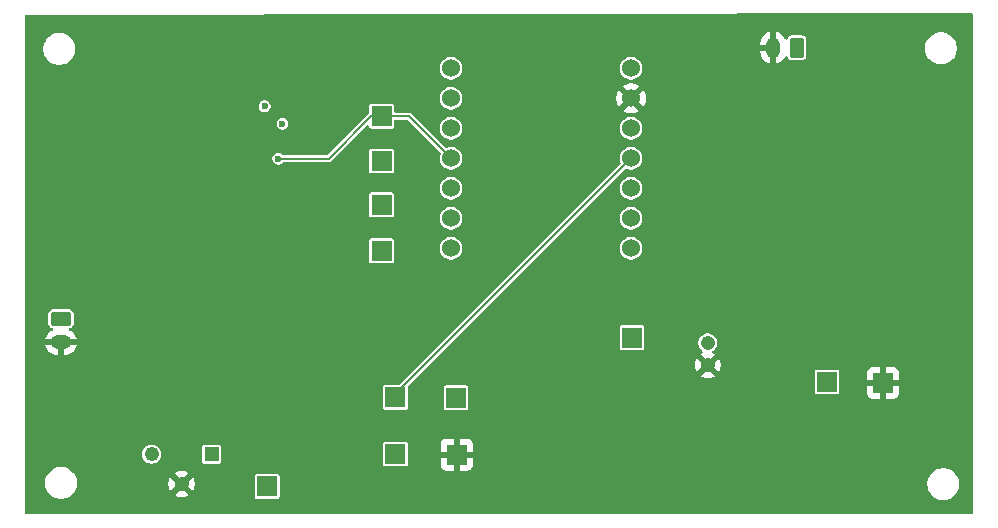
<source format=gbr>
%TF.GenerationSoftware,KiCad,Pcbnew,9.0.1-rc1*%
%TF.CreationDate,2025-04-01T12:09:21-07:00*%
%TF.ProjectId,ECE_442_PCB,4543455f-3434-4325-9f50-43422e6b6963,rev?*%
%TF.SameCoordinates,Original*%
%TF.FileFunction,Copper,L2,Bot*%
%TF.FilePolarity,Positive*%
%FSLAX46Y46*%
G04 Gerber Fmt 4.6, Leading zero omitted, Abs format (unit mm)*
G04 Created by KiCad (PCBNEW 9.0.1-rc1) date 2025-04-01 12:09:21*
%MOMM*%
%LPD*%
G01*
G04 APERTURE LIST*
G04 Aperture macros list*
%AMRoundRect*
0 Rectangle with rounded corners*
0 $1 Rounding radius*
0 $2 $3 $4 $5 $6 $7 $8 $9 X,Y pos of 4 corners*
0 Add a 4 corners polygon primitive as box body*
4,1,4,$2,$3,$4,$5,$6,$7,$8,$9,$2,$3,0*
0 Add four circle primitives for the rounded corners*
1,1,$1+$1,$2,$3*
1,1,$1+$1,$4,$5*
1,1,$1+$1,$6,$7*
1,1,$1+$1,$8,$9*
0 Add four rect primitives between the rounded corners*
20,1,$1+$1,$2,$3,$4,$5,0*
20,1,$1+$1,$4,$5,$6,$7,0*
20,1,$1+$1,$6,$7,$8,$9,0*
20,1,$1+$1,$8,$9,$2,$3,0*%
G04 Aperture macros list end*
%TA.AperFunction,ComponentPad*%
%ADD10O,1.750000X1.200000*%
%TD*%
%TA.AperFunction,ComponentPad*%
%ADD11RoundRect,0.250000X-0.625000X0.350000X-0.625000X-0.350000X0.625000X-0.350000X0.625000X0.350000X0*%
%TD*%
%TA.AperFunction,ComponentPad*%
%ADD12R,1.700000X1.700000*%
%TD*%
%TA.AperFunction,ComponentPad*%
%ADD13C,1.208000*%
%TD*%
%TA.AperFunction,ComponentPad*%
%ADD14RoundRect,0.250000X0.350000X0.625000X-0.350000X0.625000X-0.350000X-0.625000X0.350000X-0.625000X0*%
%TD*%
%TA.AperFunction,ComponentPad*%
%ADD15O,1.200000X1.750000*%
%TD*%
%TA.AperFunction,ComponentPad*%
%ADD16R,1.210000X1.210000*%
%TD*%
%TA.AperFunction,ComponentPad*%
%ADD17C,1.210000*%
%TD*%
%TA.AperFunction,ComponentPad*%
%ADD18C,1.524000*%
%TD*%
%TA.AperFunction,ViaPad*%
%ADD19C,0.600000*%
%TD*%
%TA.AperFunction,Conductor*%
%ADD20C,0.203200*%
%TD*%
%TA.AperFunction,Conductor*%
%ADD21C,0.200000*%
%TD*%
G04 APERTURE END LIST*
D10*
%TO.P,J9,2,Pin_2*%
%TO.N,GND*%
X93350000Y-102850000D03*
D11*
%TO.P,J9,1,Pin_1*%
%TO.N,Net-(J9-Pin_1)*%
X93350000Y-100850000D03*
%TD*%
D12*
%TO.P,J12,1,Pin_1*%
%TO.N,BCLK*%
X120500000Y-91200000D03*
%TD*%
D13*
%TO.P,MK1,GND*%
%TO.N,GND*%
X148100000Y-104800000D03*
%TO.P,MK1,OUT*%
%TO.N,/MIC*%
X148100000Y-102900000D03*
%TD*%
D12*
%TO.P,J11,1,Pin_1*%
%TO.N,FSYNC*%
X120500000Y-87500000D03*
%TD*%
%TO.P,J5,1,Pin_1*%
%TO.N,PS_5V_0.5A*%
X158200000Y-106200000D03*
%TD*%
%TO.P,J7,1,Pin_1*%
%TO.N,VA*%
X110800000Y-115050000D03*
%TD*%
%TO.P,J6,1,Pin_1*%
%TO.N,INT*%
X121650000Y-107500000D03*
%TD*%
D14*
%TO.P,J8,1,Pin_1*%
%TO.N,Net-(J8-Pin_1)*%
X155650000Y-77900000D03*
D15*
%TO.P,J8,2,Pin_2*%
%TO.N,GND*%
X153650000Y-77900000D03*
%TD*%
D12*
%TO.P,J2,1,Pin_1*%
%TO.N,MIC_IN*%
X141700000Y-102450000D03*
%TD*%
D16*
%TO.P,VR1,1,CCW*%
%TO.N,VA*%
X106095000Y-112320000D03*
D17*
%TO.P,VR1,2,WIPER*%
%TO.N,GND*%
X103555000Y-114860000D03*
%TO.P,VR1,3,CW*%
%TO.N,unconnected-(VR1-CW-Pad3)*%
X101015000Y-112320000D03*
%TD*%
D12*
%TO.P,J4,1,Pin_1*%
%TO.N,GND*%
X126850000Y-112350000D03*
%TD*%
%TO.P,J3,1,Pin_1*%
%TO.N,PS_3.3V*%
X121650000Y-112300000D03*
%TD*%
%TO.P,J1,1,Pin_1*%
%TO.N,MIC1_OUT*%
X126800000Y-107550000D03*
%TD*%
%TO.P,J13,1,Pin_1*%
%TO.N,SDOUT*%
X120500000Y-95100000D03*
%TD*%
%TO.P,J14,1,Pin_1*%
%TO.N,GND*%
X162950000Y-106300000D03*
%TD*%
%TO.P,J10,1,Pin_1*%
%TO.N,SHDNZ*%
X120500000Y-83700000D03*
%TD*%
D18*
%TO.P,U1,1,PA02_A0_D0*%
%TO.N,unconnected-(U1-PA02_A0_D0-Pad1)*%
X126380000Y-79648500D03*
%TO.P,U1,2,PA4_A1_D1*%
%TO.N,unconnected-(U1-PA4_A1_D1-Pad2)*%
X126380000Y-82188500D03*
%TO.P,U1,3,PA10_A2_D2*%
%TO.N,OUT1*%
X126380000Y-84728500D03*
%TO.P,U1,4,PA11_A3_D3*%
%TO.N,SHDNZ*%
X126380000Y-87268500D03*
%TO.P,U1,5,PA8_A4_D4_SDA*%
%TO.N,FSYNC*%
X126380000Y-89808500D03*
%TO.P,U1,6,PA9_A5_D5_SCL*%
%TO.N,BCLK*%
X126380000Y-92348500D03*
%TO.P,U1,7,PB08_A6_TX*%
%TO.N,SDOUT*%
X126380000Y-94888500D03*
%TO.P,U1,8,PB09_D7_RX*%
%TO.N,unconnected-(U1-PB09_D7_RX-Pad8)*%
X141620000Y-94888500D03*
%TO.P,U1,9,PA7_A8_D8_SCK*%
%TO.N,unconnected-(U1-PA7_A8_D8_SCK-Pad9)*%
X141620000Y-92348500D03*
%TO.P,U1,10,PA5_A9_D9_MISO*%
%TO.N,unconnected-(U1-PA5_A9_D9_MISO-Pad10)*%
X141620000Y-89808500D03*
%TO.P,U1,11,PA6_A10_D10_MOSI*%
%TO.N,INT*%
X141620000Y-87268500D03*
%TO.P,U1,12,3V3*%
%TO.N,unconnected-(U1-3V3-Pad12)*%
X141620000Y-84728500D03*
%TO.P,U1,13,GND*%
%TO.N,GND*%
X141620000Y-82188500D03*
%TO.P,U1,14,5V*%
%TO.N,PS_5V_0.5A*%
X141620000Y-79648500D03*
%TD*%
D19*
%TO.N,GND*%
X165900000Y-99800000D03*
X104550000Y-89000000D03*
X160700000Y-96600000D03*
X116950000Y-83950000D03*
X106900000Y-79200000D03*
X107150000Y-91250000D03*
X111475000Y-88075000D03*
X127100000Y-100200000D03*
X137750000Y-114800000D03*
X108950000Y-81954800D03*
X112650000Y-108550000D03*
X149700000Y-84000000D03*
X98500000Y-102800000D03*
X109950000Y-91000000D03*
X95500000Y-104300000D03*
X111700000Y-85650000D03*
X99000000Y-82450000D03*
X108065199Y-87342351D03*
X140269572Y-108118878D03*
X111650000Y-79350000D03*
X153032250Y-87132250D03*
X105700000Y-101400000D03*
X97750000Y-88000000D03*
X102600000Y-84600000D03*
X109600000Y-84050000D03*
X114100000Y-100900000D03*
X116850000Y-87350000D03*
X148100000Y-94200000D03*
X158400000Y-90800000D03*
X102550000Y-86650000D03*
%TO.N,SHDNZ*%
X111750000Y-87300000D03*
%TO.N,PS_3.3V*%
X110600000Y-82850000D03*
X112100000Y-84350000D03*
%TD*%
D20*
%TO.N,SHDNZ*%
X111750000Y-87300000D02*
X116000000Y-87300000D01*
X119600000Y-83700000D02*
X120500000Y-83700000D01*
X116000000Y-87300000D02*
X119600000Y-83700000D01*
X120500000Y-83700000D02*
X122811500Y-83700000D01*
X122811500Y-83700000D02*
X126380000Y-87268500D01*
D21*
%TO.N,INT*%
X121650000Y-107500000D02*
X121650000Y-107238500D01*
X121650000Y-107238500D02*
X141620000Y-87268500D01*
D20*
%TO.N,unconnected-(U1-PA02_A0_D0-Pad1)*%
X126241500Y-79510000D02*
X126380000Y-79648500D01*
%TD*%
%TA.AperFunction,Conductor*%
%TO.N,GND*%
G36*
X170542411Y-75020870D02*
G01*
X170588231Y-75073618D01*
X170599500Y-75125268D01*
X170599500Y-117275500D01*
X170579815Y-117342539D01*
X170527011Y-117388294D01*
X170475500Y-117399500D01*
X90424500Y-117399500D01*
X90357461Y-117379815D01*
X90311706Y-117327011D01*
X90300500Y-117275500D01*
X90300500Y-114643713D01*
X91999500Y-114643713D01*
X91999500Y-114856286D01*
X92015338Y-114956287D01*
X92032754Y-115066243D01*
X92080618Y-115213554D01*
X92098444Y-115268414D01*
X92194951Y-115457820D01*
X92319890Y-115629786D01*
X92470213Y-115780109D01*
X92642179Y-115905048D01*
X92642181Y-115905049D01*
X92642184Y-115905051D01*
X92831588Y-116001557D01*
X93033757Y-116067246D01*
X93243713Y-116100500D01*
X93243714Y-116100500D01*
X93456286Y-116100500D01*
X93456287Y-116100500D01*
X93666243Y-116067246D01*
X93868412Y-116001557D01*
X94057816Y-115905051D01*
X94079789Y-115889086D01*
X94202588Y-115799869D01*
X102968683Y-115799869D01*
X102975854Y-115805081D01*
X103130826Y-115884044D01*
X103130829Y-115884045D01*
X103296243Y-115937790D01*
X103468036Y-115965000D01*
X103641964Y-115965000D01*
X103813756Y-115937790D01*
X103979170Y-115884045D01*
X103979173Y-115884044D01*
X104134145Y-115805080D01*
X104141316Y-115799869D01*
X103555001Y-115213554D01*
X103555000Y-115213554D01*
X102968683Y-115799869D01*
X94202588Y-115799869D01*
X94229786Y-115780109D01*
X94229788Y-115780106D01*
X94229792Y-115780104D01*
X94380104Y-115629792D01*
X94380106Y-115629788D01*
X94380109Y-115629786D01*
X94505048Y-115457820D01*
X94505047Y-115457820D01*
X94505051Y-115457816D01*
X94601557Y-115268412D01*
X94667246Y-115066243D01*
X94700500Y-114856287D01*
X94700500Y-114773035D01*
X102450000Y-114773035D01*
X102450000Y-114946964D01*
X102477209Y-115118756D01*
X102530954Y-115284170D01*
X102530955Y-115284173D01*
X102609919Y-115439146D01*
X102615129Y-115446316D01*
X103201446Y-114860000D01*
X103201446Y-114859999D01*
X103158002Y-114816555D01*
X103225000Y-114816555D01*
X103225000Y-114903445D01*
X103247489Y-114987375D01*
X103290934Y-115062625D01*
X103352375Y-115124066D01*
X103427625Y-115167511D01*
X103511555Y-115190000D01*
X103598445Y-115190000D01*
X103682375Y-115167511D01*
X103757625Y-115124066D01*
X103819066Y-115062625D01*
X103862511Y-114987375D01*
X103885000Y-114903445D01*
X103885000Y-114859999D01*
X103908554Y-114859999D01*
X103908554Y-114860001D01*
X104494869Y-115446316D01*
X104500080Y-115439145D01*
X104579044Y-115284173D01*
X104579045Y-115284170D01*
X104632790Y-115118756D01*
X104660000Y-114946964D01*
X104660000Y-114773035D01*
X104632790Y-114601243D01*
X104579045Y-114435829D01*
X104579044Y-114435826D01*
X104500081Y-114280854D01*
X104494869Y-114273683D01*
X103908554Y-114859999D01*
X103885000Y-114859999D01*
X103885000Y-114816555D01*
X103862511Y-114732625D01*
X103819066Y-114657375D01*
X103757625Y-114595934D01*
X103682375Y-114552489D01*
X103598445Y-114530000D01*
X103511555Y-114530000D01*
X103427625Y-114552489D01*
X103352375Y-114595934D01*
X103290934Y-114657375D01*
X103247489Y-114732625D01*
X103225000Y-114816555D01*
X103158002Y-114816555D01*
X102615129Y-114273682D01*
X102609918Y-114280854D01*
X102530955Y-114435826D01*
X102530954Y-114435829D01*
X102477209Y-114601243D01*
X102450000Y-114773035D01*
X94700500Y-114773035D01*
X94700500Y-114643713D01*
X94667246Y-114433757D01*
X94601557Y-114231588D01*
X94505051Y-114042184D01*
X94504881Y-114041950D01*
X94503664Y-114040274D01*
X94416375Y-113920129D01*
X102968682Y-113920129D01*
X103555000Y-114506446D01*
X103555001Y-114506446D01*
X103881199Y-114180247D01*
X109749500Y-114180247D01*
X109749500Y-115919752D01*
X109761131Y-115978229D01*
X109761132Y-115978230D01*
X109805447Y-116044552D01*
X109871769Y-116088867D01*
X109871770Y-116088868D01*
X109930247Y-116100499D01*
X109930250Y-116100500D01*
X109930252Y-116100500D01*
X111669750Y-116100500D01*
X111669751Y-116100499D01*
X111684568Y-116097552D01*
X111728229Y-116088868D01*
X111728229Y-116088867D01*
X111728231Y-116088867D01*
X111794552Y-116044552D01*
X111838867Y-115978231D01*
X111838867Y-115978229D01*
X111838868Y-115978229D01*
X111850499Y-115919752D01*
X111850500Y-115919750D01*
X111850500Y-114743713D01*
X166699500Y-114743713D01*
X166699500Y-114956286D01*
X166725232Y-115118756D01*
X166732754Y-115166243D01*
X166748126Y-115213554D01*
X166798444Y-115368414D01*
X166894951Y-115557820D01*
X167019890Y-115729786D01*
X167170213Y-115880109D01*
X167342179Y-116005048D01*
X167342181Y-116005049D01*
X167342184Y-116005051D01*
X167531588Y-116101557D01*
X167733757Y-116167246D01*
X167943713Y-116200500D01*
X167943714Y-116200500D01*
X168156286Y-116200500D01*
X168156287Y-116200500D01*
X168366243Y-116167246D01*
X168568412Y-116101557D01*
X168757816Y-116005051D01*
X168812942Y-115965000D01*
X168929786Y-115880109D01*
X168929788Y-115880106D01*
X168929792Y-115880104D01*
X169080104Y-115729792D01*
X169080106Y-115729788D01*
X169080109Y-115729786D01*
X169205048Y-115557820D01*
X169205047Y-115557820D01*
X169205051Y-115557816D01*
X169301557Y-115368412D01*
X169367246Y-115166243D01*
X169400500Y-114956287D01*
X169400500Y-114743713D01*
X169367246Y-114533757D01*
X169301557Y-114331588D01*
X169205051Y-114142184D01*
X169205049Y-114142181D01*
X169205048Y-114142179D01*
X169080109Y-113970213D01*
X168929786Y-113819890D01*
X168757820Y-113694951D01*
X168568414Y-113598444D01*
X168568413Y-113598443D01*
X168568412Y-113598443D01*
X168366243Y-113532754D01*
X168366241Y-113532753D01*
X168366240Y-113532753D01*
X168204957Y-113507208D01*
X168156287Y-113499500D01*
X167943713Y-113499500D01*
X167895042Y-113507208D01*
X167733760Y-113532753D01*
X167531585Y-113598444D01*
X167342179Y-113694951D01*
X167170213Y-113819890D01*
X167019890Y-113970213D01*
X166894951Y-114142179D01*
X166798444Y-114331585D01*
X166732753Y-114533760D01*
X166699500Y-114743713D01*
X111850500Y-114743713D01*
X111850500Y-114180249D01*
X111850499Y-114180247D01*
X111838868Y-114121770D01*
X111838867Y-114121769D01*
X111794552Y-114055447D01*
X111728230Y-114011132D01*
X111728229Y-114011131D01*
X111669752Y-113999500D01*
X111669748Y-113999500D01*
X109930252Y-113999500D01*
X109930247Y-113999500D01*
X109871770Y-114011131D01*
X109871769Y-114011132D01*
X109805447Y-114055447D01*
X109761132Y-114121769D01*
X109761131Y-114121770D01*
X109749500Y-114180247D01*
X103881199Y-114180247D01*
X104141316Y-113920129D01*
X104134146Y-113914919D01*
X103979173Y-113835955D01*
X103979170Y-113835954D01*
X103813756Y-113782209D01*
X103641964Y-113755000D01*
X103468036Y-113755000D01*
X103296243Y-113782209D01*
X103130829Y-113835954D01*
X103130826Y-113835955D01*
X102975854Y-113914918D01*
X102968682Y-113920129D01*
X94416375Y-113920129D01*
X94380109Y-113870213D01*
X94229786Y-113719890D01*
X94057820Y-113594951D01*
X93868414Y-113498444D01*
X93868413Y-113498443D01*
X93868412Y-113498443D01*
X93666243Y-113432754D01*
X93666241Y-113432753D01*
X93666240Y-113432753D01*
X93504957Y-113407208D01*
X93456287Y-113399500D01*
X93243713Y-113399500D01*
X93195042Y-113407208D01*
X93033760Y-113432753D01*
X92831585Y-113498444D01*
X92642179Y-113594951D01*
X92470213Y-113719890D01*
X92319890Y-113870213D01*
X92194951Y-114042179D01*
X92098444Y-114231585D01*
X92032753Y-114433760D01*
X91999500Y-114643713D01*
X90300500Y-114643713D01*
X90300500Y-112240660D01*
X100209500Y-112240660D01*
X100209500Y-112399339D01*
X100240453Y-112554948D01*
X100240455Y-112554956D01*
X100301174Y-112701543D01*
X100301179Y-112701553D01*
X100389327Y-112833475D01*
X100389330Y-112833479D01*
X100501520Y-112945669D01*
X100501524Y-112945672D01*
X100633446Y-113033820D01*
X100633450Y-113033822D01*
X100633453Y-113033824D01*
X100780044Y-113094545D01*
X100935660Y-113125499D01*
X100935663Y-113125500D01*
X100935665Y-113125500D01*
X101094337Y-113125500D01*
X101094338Y-113125499D01*
X101249956Y-113094545D01*
X101396547Y-113033824D01*
X101528476Y-112945672D01*
X101640672Y-112833476D01*
X101728824Y-112701547D01*
X101789545Y-112554956D01*
X101820500Y-112399335D01*
X101820500Y-112240665D01*
X101820500Y-112240662D01*
X101820499Y-112240660D01*
X101789546Y-112085051D01*
X101789545Y-112085044D01*
X101728824Y-111938453D01*
X101728822Y-111938450D01*
X101728820Y-111938446D01*
X101640672Y-111806524D01*
X101640669Y-111806520D01*
X101529396Y-111695247D01*
X105289500Y-111695247D01*
X105289500Y-112944752D01*
X105301131Y-113003229D01*
X105301132Y-113003230D01*
X105345447Y-113069552D01*
X105411769Y-113113867D01*
X105411770Y-113113868D01*
X105470247Y-113125499D01*
X105470250Y-113125500D01*
X105470252Y-113125500D01*
X106719750Y-113125500D01*
X106719751Y-113125499D01*
X106734568Y-113122552D01*
X106778229Y-113113868D01*
X106778229Y-113113867D01*
X106778231Y-113113867D01*
X106844552Y-113069552D01*
X106888867Y-113003231D01*
X106888867Y-113003229D01*
X106888868Y-113003229D01*
X106900499Y-112944752D01*
X106900500Y-112944750D01*
X106900500Y-111695249D01*
X106900499Y-111695247D01*
X106888868Y-111636770D01*
X106888867Y-111636769D01*
X106844552Y-111570447D01*
X106779921Y-111527262D01*
X106778230Y-111526132D01*
X106778229Y-111526131D01*
X106719752Y-111514500D01*
X106719748Y-111514500D01*
X105470252Y-111514500D01*
X105470247Y-111514500D01*
X105411770Y-111526131D01*
X105411769Y-111526132D01*
X105345447Y-111570447D01*
X105301132Y-111636769D01*
X105301131Y-111636770D01*
X105289500Y-111695247D01*
X101529396Y-111695247D01*
X101528479Y-111694330D01*
X101528475Y-111694327D01*
X101396553Y-111606179D01*
X101396543Y-111606174D01*
X101249956Y-111545455D01*
X101249948Y-111545453D01*
X101094338Y-111514500D01*
X101094335Y-111514500D01*
X100935665Y-111514500D01*
X100935662Y-111514500D01*
X100780051Y-111545453D01*
X100780043Y-111545455D01*
X100633456Y-111606174D01*
X100633446Y-111606179D01*
X100501524Y-111694327D01*
X100501520Y-111694330D01*
X100389330Y-111806520D01*
X100389327Y-111806524D01*
X100301179Y-111938446D01*
X100301174Y-111938456D01*
X100240455Y-112085043D01*
X100240453Y-112085051D01*
X100209500Y-112240660D01*
X90300500Y-112240660D01*
X90300500Y-111430247D01*
X120599500Y-111430247D01*
X120599500Y-113169752D01*
X120611131Y-113228229D01*
X120611132Y-113228230D01*
X120655447Y-113294552D01*
X120721769Y-113338867D01*
X120721770Y-113338868D01*
X120780247Y-113350499D01*
X120780250Y-113350500D01*
X120780252Y-113350500D01*
X122519750Y-113350500D01*
X122519751Y-113350499D01*
X122534568Y-113347552D01*
X122578229Y-113338868D01*
X122578229Y-113338867D01*
X122578231Y-113338867D01*
X122644552Y-113294552D01*
X122688867Y-113228231D01*
X122688867Y-113228229D01*
X122688868Y-113228229D01*
X122700499Y-113169752D01*
X122700500Y-113169750D01*
X122700500Y-111452155D01*
X125500000Y-111452155D01*
X125500000Y-112100000D01*
X126416988Y-112100000D01*
X126384075Y-112157007D01*
X126350000Y-112284174D01*
X126350000Y-112415826D01*
X126384075Y-112542993D01*
X126416988Y-112600000D01*
X125500000Y-112600000D01*
X125500000Y-113247844D01*
X125506401Y-113307372D01*
X125506403Y-113307379D01*
X125556645Y-113442086D01*
X125556649Y-113442093D01*
X125642809Y-113557187D01*
X125642812Y-113557190D01*
X125757906Y-113643350D01*
X125757913Y-113643354D01*
X125892620Y-113693596D01*
X125892627Y-113693598D01*
X125952155Y-113699999D01*
X125952172Y-113700000D01*
X126600000Y-113700000D01*
X126600000Y-112783012D01*
X126657007Y-112815925D01*
X126784174Y-112850000D01*
X126915826Y-112850000D01*
X127042993Y-112815925D01*
X127100000Y-112783012D01*
X127100000Y-113700000D01*
X127747828Y-113700000D01*
X127747844Y-113699999D01*
X127807372Y-113693598D01*
X127807379Y-113693596D01*
X127942086Y-113643354D01*
X127942093Y-113643350D01*
X128057187Y-113557190D01*
X128057190Y-113557187D01*
X128143350Y-113442093D01*
X128143354Y-113442086D01*
X128193596Y-113307379D01*
X128193598Y-113307372D01*
X128199999Y-113247844D01*
X128200000Y-113247827D01*
X128200000Y-112600000D01*
X127283012Y-112600000D01*
X127315925Y-112542993D01*
X127350000Y-112415826D01*
X127350000Y-112284174D01*
X127315925Y-112157007D01*
X127283012Y-112100000D01*
X128200000Y-112100000D01*
X128200000Y-111452172D01*
X128199999Y-111452155D01*
X128193598Y-111392627D01*
X128193596Y-111392620D01*
X128143354Y-111257913D01*
X128143350Y-111257906D01*
X128057190Y-111142812D01*
X128057187Y-111142809D01*
X127942093Y-111056649D01*
X127942086Y-111056645D01*
X127807379Y-111006403D01*
X127807372Y-111006401D01*
X127747844Y-111000000D01*
X127100000Y-111000000D01*
X127100000Y-111916988D01*
X127042993Y-111884075D01*
X126915826Y-111850000D01*
X126784174Y-111850000D01*
X126657007Y-111884075D01*
X126600000Y-111916988D01*
X126600000Y-111000000D01*
X125952155Y-111000000D01*
X125892627Y-111006401D01*
X125892620Y-111006403D01*
X125757913Y-111056645D01*
X125757906Y-111056649D01*
X125642812Y-111142809D01*
X125642809Y-111142812D01*
X125556649Y-111257906D01*
X125556645Y-111257913D01*
X125506403Y-111392620D01*
X125506401Y-111392627D01*
X125500000Y-111452155D01*
X122700500Y-111452155D01*
X122700500Y-111430249D01*
X122700499Y-111430247D01*
X122688868Y-111371770D01*
X122688867Y-111371769D01*
X122644552Y-111305447D01*
X122578230Y-111261132D01*
X122578229Y-111261131D01*
X122519752Y-111249500D01*
X122519748Y-111249500D01*
X120780252Y-111249500D01*
X120780247Y-111249500D01*
X120721770Y-111261131D01*
X120721769Y-111261132D01*
X120655447Y-111305447D01*
X120611132Y-111371769D01*
X120611131Y-111371770D01*
X120599500Y-111430247D01*
X90300500Y-111430247D01*
X90300500Y-106630247D01*
X120599500Y-106630247D01*
X120599500Y-108369752D01*
X120611131Y-108428229D01*
X120611132Y-108428230D01*
X120655447Y-108494552D01*
X120721769Y-108538867D01*
X120721770Y-108538868D01*
X120780247Y-108550499D01*
X120780250Y-108550500D01*
X120780252Y-108550500D01*
X122519750Y-108550500D01*
X122519751Y-108550499D01*
X122534568Y-108547552D01*
X122578229Y-108538868D01*
X122578229Y-108538867D01*
X122578231Y-108538867D01*
X122644552Y-108494552D01*
X122688867Y-108428231D01*
X122688867Y-108428229D01*
X122688868Y-108428229D01*
X122700499Y-108369752D01*
X122700500Y-108369750D01*
X122700500Y-106680247D01*
X125749500Y-106680247D01*
X125749500Y-108419752D01*
X125761131Y-108478229D01*
X125761132Y-108478230D01*
X125805447Y-108544552D01*
X125871769Y-108588867D01*
X125871770Y-108588868D01*
X125930247Y-108600499D01*
X125930250Y-108600500D01*
X125930252Y-108600500D01*
X127669750Y-108600500D01*
X127669751Y-108600499D01*
X127684568Y-108597552D01*
X127728229Y-108588868D01*
X127728229Y-108588867D01*
X127728231Y-108588867D01*
X127794552Y-108544552D01*
X127838867Y-108478231D01*
X127838867Y-108478229D01*
X127838868Y-108478229D01*
X127850499Y-108419752D01*
X127850500Y-108419750D01*
X127850500Y-106680249D01*
X127850499Y-106680247D01*
X127838868Y-106621770D01*
X127838867Y-106621769D01*
X127794552Y-106555447D01*
X127728230Y-106511132D01*
X127728229Y-106511131D01*
X127669752Y-106499500D01*
X127669748Y-106499500D01*
X125930252Y-106499500D01*
X125930247Y-106499500D01*
X125871770Y-106511131D01*
X125871769Y-106511132D01*
X125805447Y-106555447D01*
X125761132Y-106621769D01*
X125761131Y-106621770D01*
X125749500Y-106680247D01*
X122700500Y-106680247D01*
X122700500Y-106664332D01*
X122720185Y-106597293D01*
X122736819Y-106576651D01*
X123574317Y-105739153D01*
X147514398Y-105739153D01*
X147521382Y-105744228D01*
X147676206Y-105823115D01*
X147841478Y-105876816D01*
X148013108Y-105904000D01*
X148186892Y-105904000D01*
X148358521Y-105876816D01*
X148523793Y-105823115D01*
X148678624Y-105744224D01*
X148685600Y-105739153D01*
X148100001Y-105153553D01*
X148100000Y-105153553D01*
X147514398Y-105739153D01*
X123574317Y-105739153D01*
X124600363Y-104713107D01*
X146996000Y-104713107D01*
X146996000Y-104886892D01*
X147023183Y-105058521D01*
X147076884Y-105223793D01*
X147155776Y-105378624D01*
X147155777Y-105378626D01*
X147160844Y-105385600D01*
X147160846Y-105385601D01*
X147746446Y-104800001D01*
X147746446Y-104799999D01*
X147700369Y-104753922D01*
X147750000Y-104753922D01*
X147750000Y-104846078D01*
X147773852Y-104935095D01*
X147819930Y-105014905D01*
X147885095Y-105080070D01*
X147964905Y-105126148D01*
X148053922Y-105150000D01*
X148146078Y-105150000D01*
X148235095Y-105126148D01*
X148314905Y-105080070D01*
X148380070Y-105014905D01*
X148426148Y-104935095D01*
X148450000Y-104846078D01*
X148450000Y-104799999D01*
X148453553Y-104799999D01*
X148453553Y-104800000D01*
X149039153Y-105385600D01*
X149044224Y-105378624D01*
X149068874Y-105330247D01*
X157149500Y-105330247D01*
X157149500Y-107069752D01*
X157161131Y-107128229D01*
X157161132Y-107128230D01*
X157205447Y-107194552D01*
X157271769Y-107238867D01*
X157271770Y-107238868D01*
X157330247Y-107250499D01*
X157330250Y-107250500D01*
X157330252Y-107250500D01*
X159069750Y-107250500D01*
X159069751Y-107250499D01*
X159084568Y-107247552D01*
X159128229Y-107238868D01*
X159128229Y-107238867D01*
X159128231Y-107238867D01*
X159194552Y-107194552D01*
X159238867Y-107128231D01*
X159238867Y-107128229D01*
X159238868Y-107128229D01*
X159250499Y-107069752D01*
X159250500Y-107069750D01*
X159250500Y-105402155D01*
X161600000Y-105402155D01*
X161600000Y-106050000D01*
X162516988Y-106050000D01*
X162484075Y-106107007D01*
X162450000Y-106234174D01*
X162450000Y-106365826D01*
X162484075Y-106492993D01*
X162516988Y-106550000D01*
X161600000Y-106550000D01*
X161600000Y-107197844D01*
X161606401Y-107257372D01*
X161606403Y-107257379D01*
X161656645Y-107392086D01*
X161656649Y-107392093D01*
X161742809Y-107507187D01*
X161742812Y-107507190D01*
X161857906Y-107593350D01*
X161857913Y-107593354D01*
X161992620Y-107643596D01*
X161992627Y-107643598D01*
X162052155Y-107649999D01*
X162052172Y-107650000D01*
X162700000Y-107650000D01*
X162700000Y-106733012D01*
X162757007Y-106765925D01*
X162884174Y-106800000D01*
X163015826Y-106800000D01*
X163142993Y-106765925D01*
X163200000Y-106733012D01*
X163200000Y-107650000D01*
X163847828Y-107650000D01*
X163847844Y-107649999D01*
X163907372Y-107643598D01*
X163907379Y-107643596D01*
X164042086Y-107593354D01*
X164042093Y-107593350D01*
X164157187Y-107507190D01*
X164157190Y-107507187D01*
X164243350Y-107392093D01*
X164243354Y-107392086D01*
X164293596Y-107257379D01*
X164293598Y-107257372D01*
X164299999Y-107197844D01*
X164300000Y-107197827D01*
X164300000Y-106550000D01*
X163383012Y-106550000D01*
X163415925Y-106492993D01*
X163450000Y-106365826D01*
X163450000Y-106234174D01*
X163415925Y-106107007D01*
X163383012Y-106050000D01*
X164300000Y-106050000D01*
X164300000Y-105402172D01*
X164299999Y-105402155D01*
X164293598Y-105342627D01*
X164293596Y-105342620D01*
X164243354Y-105207913D01*
X164243350Y-105207906D01*
X164157190Y-105092812D01*
X164157187Y-105092809D01*
X164042093Y-105006649D01*
X164042086Y-105006645D01*
X163907379Y-104956403D01*
X163907372Y-104956401D01*
X163847844Y-104950000D01*
X163200000Y-104950000D01*
X163200000Y-105866988D01*
X163142993Y-105834075D01*
X163015826Y-105800000D01*
X162884174Y-105800000D01*
X162757007Y-105834075D01*
X162700000Y-105866988D01*
X162700000Y-104950000D01*
X162052155Y-104950000D01*
X161992627Y-104956401D01*
X161992620Y-104956403D01*
X161857913Y-105006645D01*
X161857906Y-105006649D01*
X161742812Y-105092809D01*
X161742809Y-105092812D01*
X161656649Y-105207906D01*
X161656645Y-105207913D01*
X161606403Y-105342620D01*
X161606401Y-105342627D01*
X161600000Y-105402155D01*
X159250500Y-105402155D01*
X159250500Y-105330249D01*
X159250499Y-105330247D01*
X159238868Y-105271770D01*
X159238867Y-105271769D01*
X159194552Y-105205447D01*
X159128230Y-105161132D01*
X159128229Y-105161131D01*
X159069752Y-105149500D01*
X159069748Y-105149500D01*
X157330252Y-105149500D01*
X157330247Y-105149500D01*
X157271770Y-105161131D01*
X157271769Y-105161132D01*
X157205447Y-105205447D01*
X157161132Y-105271769D01*
X157161131Y-105271770D01*
X157149500Y-105330247D01*
X149068874Y-105330247D01*
X149100659Y-105267865D01*
X149123115Y-105223793D01*
X149176816Y-105058521D01*
X149204000Y-104886892D01*
X149204000Y-104713107D01*
X149176816Y-104541478D01*
X149123115Y-104376206D01*
X149044228Y-104221382D01*
X149039153Y-104214398D01*
X148453553Y-104799999D01*
X148450000Y-104799999D01*
X148450000Y-104753922D01*
X148426148Y-104664905D01*
X148380070Y-104585095D01*
X148314905Y-104519930D01*
X148235095Y-104473852D01*
X148146078Y-104450000D01*
X148053922Y-104450000D01*
X147964905Y-104473852D01*
X147885095Y-104519930D01*
X147819930Y-104585095D01*
X147773852Y-104664905D01*
X147750000Y-104753922D01*
X147700369Y-104753922D01*
X147160845Y-104214398D01*
X147160844Y-104214398D01*
X147155775Y-104221375D01*
X147076884Y-104376206D01*
X147023183Y-104541478D01*
X146996000Y-104713107D01*
X124600363Y-104713107D01*
X127733223Y-101580247D01*
X140649500Y-101580247D01*
X140649500Y-103319752D01*
X140661131Y-103378229D01*
X140661132Y-103378230D01*
X140705447Y-103444552D01*
X140771769Y-103488867D01*
X140771770Y-103488868D01*
X140830247Y-103500499D01*
X140830250Y-103500500D01*
X140830252Y-103500500D01*
X142569750Y-103500500D01*
X142569751Y-103500499D01*
X142584568Y-103497552D01*
X142628229Y-103488868D01*
X142628229Y-103488867D01*
X142628231Y-103488867D01*
X142694552Y-103444552D01*
X142738867Y-103378231D01*
X142738867Y-103378229D01*
X142738868Y-103378229D01*
X142750499Y-103319752D01*
X142750500Y-103319750D01*
X142750500Y-102820759D01*
X147295500Y-102820759D01*
X147295500Y-102979240D01*
X147326414Y-103134656D01*
X147326416Y-103134664D01*
X147387059Y-103281071D01*
X147387064Y-103281080D01*
X147475103Y-103412838D01*
X147475106Y-103412842D01*
X147587160Y-103524896D01*
X147649578Y-103566602D01*
X147663740Y-103576065D01*
X147663742Y-103576066D01*
X147708547Y-103629678D01*
X147717254Y-103699003D01*
X147687100Y-103762030D01*
X147651147Y-103789652D01*
X147521378Y-103855774D01*
X147514398Y-103860844D01*
X147514398Y-103860845D01*
X148100000Y-104446446D01*
X148100001Y-104446446D01*
X148685601Y-103860846D01*
X148685600Y-103860844D01*
X148678626Y-103855777D01*
X148678615Y-103855770D01*
X148548853Y-103789652D01*
X148498057Y-103741678D01*
X148481262Y-103673857D01*
X148503800Y-103607722D01*
X148536254Y-103576068D01*
X148612839Y-103524896D01*
X148724896Y-103412839D01*
X148812939Y-103281074D01*
X148873584Y-103134664D01*
X148904500Y-102979236D01*
X148904500Y-102820764D01*
X148873584Y-102665336D01*
X148812939Y-102518926D01*
X148812938Y-102518925D01*
X148812935Y-102518919D01*
X148724896Y-102387161D01*
X148724893Y-102387157D01*
X148612842Y-102275106D01*
X148612838Y-102275103D01*
X148481080Y-102187064D01*
X148481071Y-102187059D01*
X148334664Y-102126416D01*
X148334656Y-102126414D01*
X148179240Y-102095500D01*
X148179236Y-102095500D01*
X148020764Y-102095500D01*
X148020759Y-102095500D01*
X147865343Y-102126414D01*
X147865335Y-102126416D01*
X147718928Y-102187059D01*
X147718919Y-102187064D01*
X147587161Y-102275103D01*
X147587157Y-102275106D01*
X147475106Y-102387157D01*
X147475103Y-102387161D01*
X147387064Y-102518919D01*
X147387059Y-102518928D01*
X147326416Y-102665335D01*
X147326414Y-102665343D01*
X147295500Y-102820759D01*
X142750500Y-102820759D01*
X142750500Y-101580249D01*
X142750499Y-101580247D01*
X142738868Y-101521770D01*
X142738867Y-101521769D01*
X142694552Y-101455447D01*
X142628230Y-101411132D01*
X142628229Y-101411131D01*
X142569752Y-101399500D01*
X142569748Y-101399500D01*
X140830252Y-101399500D01*
X140830247Y-101399500D01*
X140771770Y-101411131D01*
X140771769Y-101411132D01*
X140705447Y-101455447D01*
X140661132Y-101521769D01*
X140661131Y-101521770D01*
X140649500Y-101580247D01*
X127733223Y-101580247D01*
X127826991Y-101486479D01*
X129263970Y-100049500D01*
X134519772Y-94793697D01*
X140657500Y-94793697D01*
X140657500Y-94983302D01*
X140694486Y-95169243D01*
X140694488Y-95169251D01*
X140767042Y-95344412D01*
X140872377Y-95502058D01*
X141006441Y-95636122D01*
X141111300Y-95706186D01*
X141164085Y-95741456D01*
X141339249Y-95814012D01*
X141525197Y-95850999D01*
X141525201Y-95851000D01*
X141525202Y-95851000D01*
X141714799Y-95851000D01*
X141714800Y-95850999D01*
X141900751Y-95814012D01*
X142075915Y-95741456D01*
X142233558Y-95636122D01*
X142367622Y-95502058D01*
X142472956Y-95344415D01*
X142545512Y-95169251D01*
X142582500Y-94983298D01*
X142582500Y-94793702D01*
X142545512Y-94607749D01*
X142472956Y-94432585D01*
X142437686Y-94379800D01*
X142367622Y-94274941D01*
X142233558Y-94140877D01*
X142075912Y-94035542D01*
X141900751Y-93962988D01*
X141900743Y-93962986D01*
X141714802Y-93926000D01*
X141714798Y-93926000D01*
X141525202Y-93926000D01*
X141525197Y-93926000D01*
X141339256Y-93962986D01*
X141339248Y-93962988D01*
X141164087Y-94035542D01*
X141006441Y-94140877D01*
X140872377Y-94274941D01*
X140767042Y-94432587D01*
X140694488Y-94607748D01*
X140694486Y-94607756D01*
X140657500Y-94793697D01*
X134519772Y-94793697D01*
X137059772Y-92253697D01*
X140657500Y-92253697D01*
X140657500Y-92443302D01*
X140694486Y-92629243D01*
X140694488Y-92629251D01*
X140767042Y-92804412D01*
X140872377Y-92962058D01*
X141006441Y-93096122D01*
X141111300Y-93166186D01*
X141164085Y-93201456D01*
X141339249Y-93274012D01*
X141525197Y-93310999D01*
X141525201Y-93311000D01*
X141525202Y-93311000D01*
X141714799Y-93311000D01*
X141714800Y-93310999D01*
X141900751Y-93274012D01*
X142075915Y-93201456D01*
X142233558Y-93096122D01*
X142367622Y-92962058D01*
X142472956Y-92804415D01*
X142545512Y-92629251D01*
X142582500Y-92443298D01*
X142582500Y-92253702D01*
X142545512Y-92067749D01*
X142472956Y-91892585D01*
X142437686Y-91839800D01*
X142367622Y-91734941D01*
X142233558Y-91600877D01*
X142075912Y-91495542D01*
X141900751Y-91422988D01*
X141900743Y-91422986D01*
X141714802Y-91386000D01*
X141714798Y-91386000D01*
X141525202Y-91386000D01*
X141525197Y-91386000D01*
X141339256Y-91422986D01*
X141339248Y-91422988D01*
X141164087Y-91495542D01*
X141006441Y-91600877D01*
X140872377Y-91734941D01*
X140767042Y-91892587D01*
X140694488Y-92067748D01*
X140694486Y-92067756D01*
X140657500Y-92253697D01*
X137059772Y-92253697D01*
X139599772Y-89713697D01*
X140657500Y-89713697D01*
X140657500Y-89903302D01*
X140694486Y-90089243D01*
X140694488Y-90089251D01*
X140767042Y-90264412D01*
X140872377Y-90422058D01*
X141006441Y-90556122D01*
X141111300Y-90626186D01*
X141164085Y-90661456D01*
X141339249Y-90734012D01*
X141525197Y-90770999D01*
X141525201Y-90771000D01*
X141525202Y-90771000D01*
X141714799Y-90771000D01*
X141714800Y-90770999D01*
X141900751Y-90734012D01*
X142075915Y-90661456D01*
X142233558Y-90556122D01*
X142367622Y-90422058D01*
X142472956Y-90264415D01*
X142545512Y-90089251D01*
X142582500Y-89903298D01*
X142582500Y-89713702D01*
X142545512Y-89527749D01*
X142472956Y-89352585D01*
X142437686Y-89299800D01*
X142367622Y-89194941D01*
X142233558Y-89060877D01*
X142075912Y-88955542D01*
X141900751Y-88882988D01*
X141900743Y-88882986D01*
X141714802Y-88846000D01*
X141714798Y-88846000D01*
X141525202Y-88846000D01*
X141525197Y-88846000D01*
X141339256Y-88882986D01*
X141339248Y-88882988D01*
X141164087Y-88955542D01*
X141006441Y-89060877D01*
X140872377Y-89194941D01*
X140767042Y-89352587D01*
X140694488Y-89527748D01*
X140694486Y-89527756D01*
X140657500Y-89713697D01*
X139599772Y-89713697D01*
X141125248Y-88188221D01*
X141186569Y-88154738D01*
X141256261Y-88159722D01*
X141260380Y-88161343D01*
X141339249Y-88194012D01*
X141525197Y-88230999D01*
X141525201Y-88231000D01*
X141525202Y-88231000D01*
X141714799Y-88231000D01*
X141714800Y-88230999D01*
X141900751Y-88194012D01*
X142075915Y-88121456D01*
X142233558Y-88016122D01*
X142367622Y-87882058D01*
X142472956Y-87724415D01*
X142545512Y-87549251D01*
X142582500Y-87363298D01*
X142582500Y-87173702D01*
X142545512Y-86987749D01*
X142472956Y-86812585D01*
X142437686Y-86759800D01*
X142367622Y-86654941D01*
X142233558Y-86520877D01*
X142075912Y-86415542D01*
X141900751Y-86342988D01*
X141900743Y-86342986D01*
X141714802Y-86306000D01*
X141714798Y-86306000D01*
X141525202Y-86306000D01*
X141525197Y-86306000D01*
X141339256Y-86342986D01*
X141339248Y-86342988D01*
X141164087Y-86415542D01*
X141006441Y-86520877D01*
X140872377Y-86654941D01*
X140767042Y-86812587D01*
X140694488Y-86987748D01*
X140694486Y-86987756D01*
X140657500Y-87173697D01*
X140657500Y-87363302D01*
X140692994Y-87541740D01*
X140694488Y-87549251D01*
X140718539Y-87607316D01*
X140727156Y-87628117D01*
X140734625Y-87697586D01*
X140703350Y-87760065D01*
X140700276Y-87763251D01*
X122050348Y-106413181D01*
X121989025Y-106446666D01*
X121962667Y-106449500D01*
X120780247Y-106449500D01*
X120721770Y-106461131D01*
X120721769Y-106461132D01*
X120655447Y-106505447D01*
X120611132Y-106571769D01*
X120611131Y-106571770D01*
X120599500Y-106630247D01*
X90300500Y-106630247D01*
X90300500Y-102599999D01*
X92000884Y-102599999D01*
X92000885Y-102600000D01*
X93069670Y-102600000D01*
X93049925Y-102619745D01*
X93000556Y-102705255D01*
X92975000Y-102800630D01*
X92975000Y-102899370D01*
X93000556Y-102994745D01*
X93049925Y-103080255D01*
X93069670Y-103100000D01*
X92000885Y-103100000D01*
X92002085Y-103107584D01*
X92055591Y-103272255D01*
X92134195Y-103426524D01*
X92235967Y-103566602D01*
X92358397Y-103689032D01*
X92498475Y-103790804D01*
X92652742Y-103869408D01*
X92817415Y-103922914D01*
X92988429Y-103950000D01*
X93100000Y-103950000D01*
X93100000Y-103130330D01*
X93119745Y-103150075D01*
X93205255Y-103199444D01*
X93300630Y-103225000D01*
X93399370Y-103225000D01*
X93494745Y-103199444D01*
X93580255Y-103150075D01*
X93600000Y-103130330D01*
X93600000Y-103950000D01*
X93711571Y-103950000D01*
X93882584Y-103922914D01*
X94047257Y-103869408D01*
X94201524Y-103790804D01*
X94341602Y-103689032D01*
X94464032Y-103566602D01*
X94565804Y-103426524D01*
X94644408Y-103272255D01*
X94697914Y-103107584D01*
X94699115Y-103100000D01*
X93630330Y-103100000D01*
X93650075Y-103080255D01*
X93699444Y-102994745D01*
X93725000Y-102899370D01*
X93725000Y-102800630D01*
X93699444Y-102705255D01*
X93650075Y-102619745D01*
X93630330Y-102600000D01*
X94699115Y-102600000D01*
X94699115Y-102599999D01*
X94697914Y-102592415D01*
X94644408Y-102427744D01*
X94565804Y-102273475D01*
X94464032Y-102133397D01*
X94341602Y-102010967D01*
X94201521Y-101909194D01*
X94097947Y-101856419D01*
X94047152Y-101808445D01*
X94030357Y-101740624D01*
X94052895Y-101674489D01*
X94107610Y-101631038D01*
X94113248Y-101628908D01*
X94187882Y-101602793D01*
X94297150Y-101522150D01*
X94377793Y-101412882D01*
X94400219Y-101348790D01*
X94422646Y-101284701D01*
X94422646Y-101284699D01*
X94425500Y-101254269D01*
X94425500Y-100445730D01*
X94422646Y-100415300D01*
X94422646Y-100415298D01*
X94377793Y-100287119D01*
X94377792Y-100287117D01*
X94297150Y-100177850D01*
X94187882Y-100097207D01*
X94187880Y-100097206D01*
X94059700Y-100052353D01*
X94029270Y-100049500D01*
X94029266Y-100049500D01*
X92670734Y-100049500D01*
X92670730Y-100049500D01*
X92640300Y-100052353D01*
X92640298Y-100052353D01*
X92512119Y-100097206D01*
X92512117Y-100097207D01*
X92402850Y-100177850D01*
X92322207Y-100287117D01*
X92322206Y-100287119D01*
X92277353Y-100415298D01*
X92277353Y-100415300D01*
X92274500Y-100445730D01*
X92274500Y-101254269D01*
X92277353Y-101284699D01*
X92277353Y-101284701D01*
X92321595Y-101411133D01*
X92322207Y-101412882D01*
X92402850Y-101522150D01*
X92512118Y-101602793D01*
X92586714Y-101628895D01*
X92643487Y-101669615D01*
X92669234Y-101734568D01*
X92655778Y-101803130D01*
X92607390Y-101853532D01*
X92602052Y-101856419D01*
X92498478Y-101909194D01*
X92358397Y-102010967D01*
X92235967Y-102133397D01*
X92134195Y-102273475D01*
X92055591Y-102427744D01*
X92002085Y-102592415D01*
X92000884Y-102599999D01*
X90300500Y-102599999D01*
X90300500Y-94230247D01*
X119449500Y-94230247D01*
X119449500Y-95969752D01*
X119461131Y-96028229D01*
X119461132Y-96028230D01*
X119505447Y-96094552D01*
X119571769Y-96138867D01*
X119571770Y-96138868D01*
X119630247Y-96150499D01*
X119630250Y-96150500D01*
X119630252Y-96150500D01*
X121369750Y-96150500D01*
X121369751Y-96150499D01*
X121384568Y-96147552D01*
X121428229Y-96138868D01*
X121428229Y-96138867D01*
X121428231Y-96138867D01*
X121494552Y-96094552D01*
X121538867Y-96028231D01*
X121538867Y-96028229D01*
X121538868Y-96028229D01*
X121550499Y-95969752D01*
X121550500Y-95969750D01*
X121550500Y-94793697D01*
X125417500Y-94793697D01*
X125417500Y-94983302D01*
X125454486Y-95169243D01*
X125454488Y-95169251D01*
X125527042Y-95344412D01*
X125632377Y-95502058D01*
X125766441Y-95636122D01*
X125871300Y-95706186D01*
X125924085Y-95741456D01*
X126099249Y-95814012D01*
X126285197Y-95850999D01*
X126285201Y-95851000D01*
X126285202Y-95851000D01*
X126474799Y-95851000D01*
X126474800Y-95850999D01*
X126660751Y-95814012D01*
X126835915Y-95741456D01*
X126993558Y-95636122D01*
X127127622Y-95502058D01*
X127232956Y-95344415D01*
X127305512Y-95169251D01*
X127342500Y-94983298D01*
X127342500Y-94793702D01*
X127305512Y-94607749D01*
X127232956Y-94432585D01*
X127197686Y-94379800D01*
X127127622Y-94274941D01*
X126993558Y-94140877D01*
X126835912Y-94035542D01*
X126660751Y-93962988D01*
X126660743Y-93962986D01*
X126474802Y-93926000D01*
X126474798Y-93926000D01*
X126285202Y-93926000D01*
X126285197Y-93926000D01*
X126099256Y-93962986D01*
X126099248Y-93962988D01*
X125924087Y-94035542D01*
X125766441Y-94140877D01*
X125632377Y-94274941D01*
X125527042Y-94432587D01*
X125454488Y-94607748D01*
X125454486Y-94607756D01*
X125417500Y-94793697D01*
X121550500Y-94793697D01*
X121550500Y-94230249D01*
X121550499Y-94230247D01*
X121538868Y-94171770D01*
X121538867Y-94171769D01*
X121494552Y-94105447D01*
X121428230Y-94061132D01*
X121428229Y-94061131D01*
X121369752Y-94049500D01*
X121369748Y-94049500D01*
X119630252Y-94049500D01*
X119630247Y-94049500D01*
X119571770Y-94061131D01*
X119571769Y-94061132D01*
X119505447Y-94105447D01*
X119461132Y-94171769D01*
X119461131Y-94171770D01*
X119449500Y-94230247D01*
X90300500Y-94230247D01*
X90300500Y-92253697D01*
X125417500Y-92253697D01*
X125417500Y-92443302D01*
X125454486Y-92629243D01*
X125454488Y-92629251D01*
X125527042Y-92804412D01*
X125632377Y-92962058D01*
X125766441Y-93096122D01*
X125871300Y-93166186D01*
X125924085Y-93201456D01*
X126099249Y-93274012D01*
X126285197Y-93310999D01*
X126285201Y-93311000D01*
X126285202Y-93311000D01*
X126474799Y-93311000D01*
X126474800Y-93310999D01*
X126660751Y-93274012D01*
X126835915Y-93201456D01*
X126993558Y-93096122D01*
X127127622Y-92962058D01*
X127232956Y-92804415D01*
X127305512Y-92629251D01*
X127342500Y-92443298D01*
X127342500Y-92253702D01*
X127305512Y-92067749D01*
X127232956Y-91892585D01*
X127197686Y-91839800D01*
X127127622Y-91734941D01*
X126993558Y-91600877D01*
X126835912Y-91495542D01*
X126660751Y-91422988D01*
X126660743Y-91422986D01*
X126474802Y-91386000D01*
X126474798Y-91386000D01*
X126285202Y-91386000D01*
X126285197Y-91386000D01*
X126099256Y-91422986D01*
X126099248Y-91422988D01*
X125924087Y-91495542D01*
X125766441Y-91600877D01*
X125632377Y-91734941D01*
X125527042Y-91892587D01*
X125454488Y-92067748D01*
X125454486Y-92067756D01*
X125417500Y-92253697D01*
X90300500Y-92253697D01*
X90300500Y-90330247D01*
X119449500Y-90330247D01*
X119449500Y-92069752D01*
X119461131Y-92128229D01*
X119461132Y-92128230D01*
X119505447Y-92194552D01*
X119571769Y-92238867D01*
X119571770Y-92238868D01*
X119630247Y-92250499D01*
X119630250Y-92250500D01*
X119630252Y-92250500D01*
X121369750Y-92250500D01*
X121369751Y-92250499D01*
X121384568Y-92247552D01*
X121428229Y-92238868D01*
X121428229Y-92238867D01*
X121428231Y-92238867D01*
X121494552Y-92194552D01*
X121538867Y-92128231D01*
X121538867Y-92128229D01*
X121538868Y-92128229D01*
X121550499Y-92069752D01*
X121550500Y-92069750D01*
X121550500Y-90330249D01*
X121550499Y-90330247D01*
X121538868Y-90271770D01*
X121538867Y-90271769D01*
X121494552Y-90205447D01*
X121428230Y-90161132D01*
X121428229Y-90161131D01*
X121369752Y-90149500D01*
X121369748Y-90149500D01*
X119630252Y-90149500D01*
X119630247Y-90149500D01*
X119571770Y-90161131D01*
X119571769Y-90161132D01*
X119505447Y-90205447D01*
X119461132Y-90271769D01*
X119461131Y-90271770D01*
X119449500Y-90330247D01*
X90300500Y-90330247D01*
X90300500Y-89713697D01*
X125417500Y-89713697D01*
X125417500Y-89903302D01*
X125454486Y-90089243D01*
X125454488Y-90089251D01*
X125527042Y-90264412D01*
X125632377Y-90422058D01*
X125766441Y-90556122D01*
X125871300Y-90626186D01*
X125924085Y-90661456D01*
X126099249Y-90734012D01*
X126285197Y-90770999D01*
X126285201Y-90771000D01*
X126285202Y-90771000D01*
X126474799Y-90771000D01*
X126474800Y-90770999D01*
X126660751Y-90734012D01*
X126835915Y-90661456D01*
X126993558Y-90556122D01*
X127127622Y-90422058D01*
X127232956Y-90264415D01*
X127305512Y-90089251D01*
X127342500Y-89903298D01*
X127342500Y-89713702D01*
X127305512Y-89527749D01*
X127232956Y-89352585D01*
X127197686Y-89299800D01*
X127127622Y-89194941D01*
X126993558Y-89060877D01*
X126835912Y-88955542D01*
X126660751Y-88882988D01*
X126660743Y-88882986D01*
X126474802Y-88846000D01*
X126474798Y-88846000D01*
X126285202Y-88846000D01*
X126285197Y-88846000D01*
X126099256Y-88882986D01*
X126099248Y-88882988D01*
X125924087Y-88955542D01*
X125766441Y-89060877D01*
X125632377Y-89194941D01*
X125527042Y-89352587D01*
X125454488Y-89527748D01*
X125454486Y-89527756D01*
X125417500Y-89713697D01*
X90300500Y-89713697D01*
X90300500Y-87234108D01*
X111249500Y-87234108D01*
X111249500Y-87365891D01*
X111283608Y-87493187D01*
X111311641Y-87541740D01*
X111349500Y-87607314D01*
X111442686Y-87700500D01*
X111541521Y-87757563D01*
X111551373Y-87763251D01*
X111556814Y-87766392D01*
X111684108Y-87800500D01*
X111684110Y-87800500D01*
X111815890Y-87800500D01*
X111815892Y-87800500D01*
X111943186Y-87766392D01*
X112057314Y-87700500D01*
X112119395Y-87638419D01*
X112180718Y-87604934D01*
X112207076Y-87602100D01*
X116039769Y-87602100D01*
X116039772Y-87602100D01*
X116062602Y-87595982D01*
X116116605Y-87581514D01*
X116116607Y-87581513D01*
X116185494Y-87541740D01*
X117096987Y-86630247D01*
X119449500Y-86630247D01*
X119449500Y-88369752D01*
X119461131Y-88428229D01*
X119461132Y-88428230D01*
X119505447Y-88494552D01*
X119571769Y-88538867D01*
X119571770Y-88538868D01*
X119630247Y-88550499D01*
X119630250Y-88550500D01*
X119630252Y-88550500D01*
X121369750Y-88550500D01*
X121369751Y-88550499D01*
X121384568Y-88547552D01*
X121428229Y-88538868D01*
X121428229Y-88538867D01*
X121428231Y-88538867D01*
X121494552Y-88494552D01*
X121538867Y-88428231D01*
X121538867Y-88428229D01*
X121538868Y-88428229D01*
X121550499Y-88369752D01*
X121550500Y-88369750D01*
X121550500Y-86630249D01*
X121550499Y-86630247D01*
X121538868Y-86571770D01*
X121538867Y-86571769D01*
X121494552Y-86505447D01*
X121428230Y-86461132D01*
X121428229Y-86461131D01*
X121369752Y-86449500D01*
X121369748Y-86449500D01*
X119630252Y-86449500D01*
X119630247Y-86449500D01*
X119571770Y-86461131D01*
X119571769Y-86461132D01*
X119505447Y-86505447D01*
X119461132Y-86571769D01*
X119461131Y-86571770D01*
X119449500Y-86630247D01*
X117096987Y-86630247D01*
X119237933Y-84489300D01*
X119299254Y-84455817D01*
X119368946Y-84460801D01*
X119424879Y-84502673D01*
X119449015Y-84564825D01*
X119449500Y-84569755D01*
X119461131Y-84628229D01*
X119461132Y-84628230D01*
X119505447Y-84694552D01*
X119571769Y-84738867D01*
X119571770Y-84738868D01*
X119630247Y-84750499D01*
X119630250Y-84750500D01*
X119630252Y-84750500D01*
X121369750Y-84750500D01*
X121369751Y-84750499D01*
X121384568Y-84747552D01*
X121428229Y-84738868D01*
X121428229Y-84738867D01*
X121428231Y-84738867D01*
X121494552Y-84694552D01*
X121538867Y-84628231D01*
X121538867Y-84628229D01*
X121538868Y-84628229D01*
X121547552Y-84584568D01*
X121550500Y-84569748D01*
X121550500Y-84126100D01*
X121570185Y-84059061D01*
X121622989Y-84013306D01*
X121674500Y-84002100D01*
X122635004Y-84002100D01*
X122702043Y-84021785D01*
X122722685Y-84038419D01*
X125459613Y-86775347D01*
X125493098Y-86836670D01*
X125488114Y-86906362D01*
X125486493Y-86910480D01*
X125454489Y-86987744D01*
X125454486Y-86987756D01*
X125417500Y-87173697D01*
X125417500Y-87363302D01*
X125454486Y-87549243D01*
X125454488Y-87549251D01*
X125527042Y-87724412D01*
X125632377Y-87882058D01*
X125766441Y-88016122D01*
X125871300Y-88086186D01*
X125924085Y-88121456D01*
X126099249Y-88194012D01*
X126285197Y-88230999D01*
X126285201Y-88231000D01*
X126285202Y-88231000D01*
X126474799Y-88231000D01*
X126474800Y-88230999D01*
X126660751Y-88194012D01*
X126835915Y-88121456D01*
X126993558Y-88016122D01*
X127127622Y-87882058D01*
X127232956Y-87724415D01*
X127305512Y-87549251D01*
X127342500Y-87363298D01*
X127342500Y-87173702D01*
X127305512Y-86987749D01*
X127232956Y-86812585D01*
X127197686Y-86759800D01*
X127127622Y-86654941D01*
X126993558Y-86520877D01*
X126835912Y-86415542D01*
X126660751Y-86342988D01*
X126660743Y-86342986D01*
X126474802Y-86306000D01*
X126474798Y-86306000D01*
X126285202Y-86306000D01*
X126285197Y-86306000D01*
X126099256Y-86342986D01*
X126099244Y-86342989D01*
X126021980Y-86374993D01*
X125952511Y-86382462D01*
X125890032Y-86351186D01*
X125886847Y-86348113D01*
X124254026Y-84715291D01*
X124172432Y-84633697D01*
X125417500Y-84633697D01*
X125417500Y-84823302D01*
X125454486Y-85009243D01*
X125454488Y-85009251D01*
X125527042Y-85184412D01*
X125632377Y-85342058D01*
X125766441Y-85476122D01*
X125871300Y-85546186D01*
X125924085Y-85581456D01*
X126099249Y-85654012D01*
X126285197Y-85690999D01*
X126285201Y-85691000D01*
X126285202Y-85691000D01*
X126474799Y-85691000D01*
X126474800Y-85690999D01*
X126660751Y-85654012D01*
X126835915Y-85581456D01*
X126993558Y-85476122D01*
X127127622Y-85342058D01*
X127232956Y-85184415D01*
X127305512Y-85009251D01*
X127342500Y-84823298D01*
X127342500Y-84633702D01*
X127342499Y-84633697D01*
X140657500Y-84633697D01*
X140657500Y-84823302D01*
X140694486Y-85009243D01*
X140694488Y-85009251D01*
X140767042Y-85184412D01*
X140872377Y-85342058D01*
X141006441Y-85476122D01*
X141111300Y-85546186D01*
X141164085Y-85581456D01*
X141339249Y-85654012D01*
X141525197Y-85690999D01*
X141525201Y-85691000D01*
X141525202Y-85691000D01*
X141714799Y-85691000D01*
X141714800Y-85690999D01*
X141900751Y-85654012D01*
X142075915Y-85581456D01*
X142233558Y-85476122D01*
X142367622Y-85342058D01*
X142472956Y-85184415D01*
X142545512Y-85009251D01*
X142582500Y-84823298D01*
X142582500Y-84633702D01*
X142545512Y-84447749D01*
X142472956Y-84272585D01*
X142375078Y-84126100D01*
X142367622Y-84114941D01*
X142233558Y-83980877D01*
X142075912Y-83875542D01*
X141900751Y-83802988D01*
X141900743Y-83802986D01*
X141714802Y-83766000D01*
X141714798Y-83766000D01*
X141525202Y-83766000D01*
X141525197Y-83766000D01*
X141339256Y-83802986D01*
X141339248Y-83802988D01*
X141164087Y-83875542D01*
X141006441Y-83980877D01*
X140872377Y-84114941D01*
X140767042Y-84272587D01*
X140694488Y-84447748D01*
X140694486Y-84447756D01*
X140657500Y-84633697D01*
X127342499Y-84633697D01*
X127305512Y-84447749D01*
X127232956Y-84272585D01*
X127135078Y-84126100D01*
X127127622Y-84114941D01*
X126993558Y-83980877D01*
X126835912Y-83875542D01*
X126660751Y-83802988D01*
X126660743Y-83802986D01*
X126474802Y-83766000D01*
X126474798Y-83766000D01*
X126285202Y-83766000D01*
X126285197Y-83766000D01*
X126099256Y-83802986D01*
X126099248Y-83802988D01*
X125924087Y-83875542D01*
X125766441Y-83980877D01*
X125632377Y-84114941D01*
X125527042Y-84272587D01*
X125454488Y-84447748D01*
X125454486Y-84447756D01*
X125417500Y-84633697D01*
X124172432Y-84633697D01*
X122996996Y-83458261D01*
X122928105Y-83418485D01*
X122851275Y-83397900D01*
X122851272Y-83397900D01*
X121674500Y-83397900D01*
X121607461Y-83378215D01*
X121561706Y-83325411D01*
X121550500Y-83273900D01*
X121550500Y-82830249D01*
X121550499Y-82830247D01*
X121538868Y-82771770D01*
X121538867Y-82771769D01*
X121494552Y-82705447D01*
X121428230Y-82661132D01*
X121428229Y-82661131D01*
X121369752Y-82649500D01*
X121369748Y-82649500D01*
X119630252Y-82649500D01*
X119630247Y-82649500D01*
X119571770Y-82661131D01*
X119571769Y-82661132D01*
X119505447Y-82705447D01*
X119461132Y-82771769D01*
X119461131Y-82771770D01*
X119449500Y-82830247D01*
X119449500Y-83371903D01*
X119429815Y-83438942D01*
X119413181Y-83459584D01*
X115911185Y-86961581D01*
X115849862Y-86995066D01*
X115823504Y-86997900D01*
X112207076Y-86997900D01*
X112140037Y-86978215D01*
X112119395Y-86961581D01*
X112057316Y-86899502D01*
X112057314Y-86899500D01*
X111948490Y-86836670D01*
X111943187Y-86833608D01*
X111864726Y-86812585D01*
X111815892Y-86799500D01*
X111684108Y-86799500D01*
X111556812Y-86833608D01*
X111442686Y-86899500D01*
X111442683Y-86899502D01*
X111349502Y-86992683D01*
X111349500Y-86992686D01*
X111283608Y-87106812D01*
X111249500Y-87234108D01*
X90300500Y-87234108D01*
X90300500Y-84284108D01*
X111599500Y-84284108D01*
X111599500Y-84415891D01*
X111633608Y-84543187D01*
X111666554Y-84600250D01*
X111699500Y-84657314D01*
X111792686Y-84750500D01*
X111906814Y-84816392D01*
X112034108Y-84850500D01*
X112034110Y-84850500D01*
X112165890Y-84850500D01*
X112165892Y-84850500D01*
X112293186Y-84816392D01*
X112407314Y-84750500D01*
X112500500Y-84657314D01*
X112566392Y-84543186D01*
X112600500Y-84415892D01*
X112600500Y-84284108D01*
X112566392Y-84156814D01*
X112500500Y-84042686D01*
X112407314Y-83949500D01*
X112350250Y-83916554D01*
X112293187Y-83883608D01*
X112229539Y-83866554D01*
X112165892Y-83849500D01*
X112034108Y-83849500D01*
X111906812Y-83883608D01*
X111792686Y-83949500D01*
X111792683Y-83949502D01*
X111699502Y-84042683D01*
X111699500Y-84042686D01*
X111633608Y-84156812D01*
X111599500Y-84284108D01*
X90300500Y-84284108D01*
X90300500Y-82784108D01*
X110099500Y-82784108D01*
X110099500Y-82915891D01*
X110133608Y-83043187D01*
X110154255Y-83078948D01*
X110199500Y-83157314D01*
X110292686Y-83250500D01*
X110406814Y-83316392D01*
X110534108Y-83350500D01*
X110534110Y-83350500D01*
X110665890Y-83350500D01*
X110665892Y-83350500D01*
X110793186Y-83316392D01*
X110907314Y-83250500D01*
X111000500Y-83157314D01*
X111066392Y-83043186D01*
X111100500Y-82915892D01*
X111100500Y-82784108D01*
X111066392Y-82656814D01*
X111000500Y-82542686D01*
X110907314Y-82449500D01*
X110850250Y-82416554D01*
X110793187Y-82383608D01*
X110705344Y-82360071D01*
X110665892Y-82349500D01*
X110534108Y-82349500D01*
X110406812Y-82383608D01*
X110292686Y-82449500D01*
X110292683Y-82449502D01*
X110199502Y-82542683D01*
X110199500Y-82542686D01*
X110133608Y-82656812D01*
X110099500Y-82784108D01*
X90300500Y-82784108D01*
X90300500Y-82093697D01*
X125417500Y-82093697D01*
X125417500Y-82283302D01*
X125454486Y-82469243D01*
X125454488Y-82469251D01*
X125527042Y-82644412D01*
X125632377Y-82802058D01*
X125766441Y-82936122D01*
X125871300Y-83006186D01*
X125924085Y-83041456D01*
X125924086Y-83041456D01*
X125924087Y-83041457D01*
X125928264Y-83043187D01*
X126099249Y-83114012D01*
X126285197Y-83150999D01*
X126285201Y-83151000D01*
X126285202Y-83151000D01*
X126474799Y-83151000D01*
X126474800Y-83150999D01*
X126660751Y-83114012D01*
X126835915Y-83041456D01*
X126993558Y-82936122D01*
X127127622Y-82802058D01*
X127232956Y-82644415D01*
X127305512Y-82469251D01*
X127342500Y-82283298D01*
X127342500Y-82093702D01*
X127342500Y-82093699D01*
X127341601Y-82089178D01*
X140358000Y-82089178D01*
X140358000Y-82287821D01*
X140389075Y-82484020D01*
X140389075Y-82484023D01*
X140450457Y-82672937D01*
X140540641Y-82849932D01*
X140567730Y-82887215D01*
X140567731Y-82887216D01*
X141182352Y-82272594D01*
X141205792Y-82360071D01*
X141264311Y-82461430D01*
X141347070Y-82544189D01*
X141448429Y-82602708D01*
X141535905Y-82626147D01*
X140921283Y-83240768D01*
X140921283Y-83240769D01*
X140958567Y-83267858D01*
X141135562Y-83358042D01*
X141324477Y-83419424D01*
X141520679Y-83450500D01*
X141719321Y-83450500D01*
X141915520Y-83419424D01*
X141915523Y-83419424D01*
X142104437Y-83358042D01*
X142281425Y-83267862D01*
X142318716Y-83240768D01*
X141704095Y-82626147D01*
X141791571Y-82602708D01*
X141892930Y-82544189D01*
X141975689Y-82461430D01*
X142034208Y-82360071D01*
X142057647Y-82272594D01*
X142672268Y-82887215D01*
X142699362Y-82849925D01*
X142789542Y-82672937D01*
X142850924Y-82484023D01*
X142850924Y-82484020D01*
X142882000Y-82287821D01*
X142882000Y-82089178D01*
X142850924Y-81892979D01*
X142850924Y-81892976D01*
X142789542Y-81704062D01*
X142699358Y-81527067D01*
X142672268Y-81489783D01*
X142057647Y-82104404D01*
X142034208Y-82016929D01*
X141975689Y-81915570D01*
X141892930Y-81832811D01*
X141791571Y-81774292D01*
X141704094Y-81750852D01*
X142318716Y-81136231D01*
X142318715Y-81136230D01*
X142281432Y-81109141D01*
X142104437Y-81018957D01*
X141915522Y-80957575D01*
X141719321Y-80926500D01*
X141520679Y-80926500D01*
X141324479Y-80957575D01*
X141324476Y-80957575D01*
X141135562Y-81018957D01*
X140958564Y-81109143D01*
X140921283Y-81136229D01*
X140921282Y-81136230D01*
X141535906Y-81750852D01*
X141448429Y-81774292D01*
X141347070Y-81832811D01*
X141264311Y-81915570D01*
X141205792Y-82016929D01*
X141182352Y-82104405D01*
X140567730Y-81489782D01*
X140567729Y-81489783D01*
X140540643Y-81527064D01*
X140450457Y-81704062D01*
X140389075Y-81892976D01*
X140389075Y-81892979D01*
X140358000Y-82089178D01*
X127341601Y-82089178D01*
X127320185Y-81981518D01*
X127305512Y-81907749D01*
X127232956Y-81732585D01*
X127197686Y-81679800D01*
X127127622Y-81574941D01*
X126993558Y-81440877D01*
X126835912Y-81335542D01*
X126745400Y-81298051D01*
X126660751Y-81262988D01*
X126660743Y-81262986D01*
X126474802Y-81226000D01*
X126474798Y-81226000D01*
X126285202Y-81226000D01*
X126285197Y-81226000D01*
X126099256Y-81262986D01*
X126099248Y-81262988D01*
X125924087Y-81335542D01*
X125766441Y-81440877D01*
X125632377Y-81574941D01*
X125527042Y-81732587D01*
X125454488Y-81907748D01*
X125454486Y-81907756D01*
X125417500Y-82093697D01*
X90300500Y-82093697D01*
X90300500Y-79553697D01*
X125417500Y-79553697D01*
X125417500Y-79743302D01*
X125454486Y-79929243D01*
X125454488Y-79929251D01*
X125527042Y-80104412D01*
X125632377Y-80262058D01*
X125766441Y-80396122D01*
X125871300Y-80466186D01*
X125924085Y-80501456D01*
X126099249Y-80574012D01*
X126285197Y-80610999D01*
X126285201Y-80611000D01*
X126285202Y-80611000D01*
X126474799Y-80611000D01*
X126474800Y-80610999D01*
X126660751Y-80574012D01*
X126835915Y-80501456D01*
X126993558Y-80396122D01*
X127127622Y-80262058D01*
X127232956Y-80104415D01*
X127305512Y-79929251D01*
X127342500Y-79743298D01*
X127342500Y-79553702D01*
X127342499Y-79553697D01*
X140657500Y-79553697D01*
X140657500Y-79743302D01*
X140694486Y-79929243D01*
X140694488Y-79929251D01*
X140767042Y-80104412D01*
X140872377Y-80262058D01*
X141006441Y-80396122D01*
X141111300Y-80466186D01*
X141164085Y-80501456D01*
X141339249Y-80574012D01*
X141525197Y-80610999D01*
X141525201Y-80611000D01*
X141525202Y-80611000D01*
X141714799Y-80611000D01*
X141714800Y-80610999D01*
X141900751Y-80574012D01*
X142075915Y-80501456D01*
X142233558Y-80396122D01*
X142367622Y-80262058D01*
X142472956Y-80104415D01*
X142545512Y-79929251D01*
X142582500Y-79743298D01*
X142582500Y-79553702D01*
X142545512Y-79367749D01*
X142472956Y-79192585D01*
X142437686Y-79139800D01*
X142367622Y-79034941D01*
X142233558Y-78900877D01*
X142075912Y-78795542D01*
X141900751Y-78722988D01*
X141900743Y-78722986D01*
X141714802Y-78686000D01*
X141714798Y-78686000D01*
X141525202Y-78686000D01*
X141525197Y-78686000D01*
X141339256Y-78722986D01*
X141339248Y-78722988D01*
X141164087Y-78795542D01*
X141006441Y-78900877D01*
X140872377Y-79034941D01*
X140767042Y-79192587D01*
X140694488Y-79367748D01*
X140694486Y-79367756D01*
X140657500Y-79553697D01*
X127342499Y-79553697D01*
X127305512Y-79367749D01*
X127232956Y-79192585D01*
X127197686Y-79139800D01*
X127127622Y-79034941D01*
X126993558Y-78900877D01*
X126835912Y-78795542D01*
X126660751Y-78722988D01*
X126660743Y-78722986D01*
X126474802Y-78686000D01*
X126474798Y-78686000D01*
X126285202Y-78686000D01*
X126285197Y-78686000D01*
X126099256Y-78722986D01*
X126099248Y-78722988D01*
X125924087Y-78795542D01*
X125766441Y-78900877D01*
X125632377Y-79034941D01*
X125527042Y-79192587D01*
X125454488Y-79367748D01*
X125454486Y-79367756D01*
X125417500Y-79553697D01*
X90300500Y-79553697D01*
X90300500Y-77893713D01*
X91849500Y-77893713D01*
X91849500Y-78106286D01*
X91882753Y-78316239D01*
X91948444Y-78518414D01*
X92044951Y-78707820D01*
X92169890Y-78879786D01*
X92320213Y-79030109D01*
X92492179Y-79155048D01*
X92492181Y-79155049D01*
X92492184Y-79155051D01*
X92681588Y-79251557D01*
X92883757Y-79317246D01*
X93093713Y-79350500D01*
X93093714Y-79350500D01*
X93306286Y-79350500D01*
X93306287Y-79350500D01*
X93516243Y-79317246D01*
X93718412Y-79251557D01*
X93907816Y-79155051D01*
X93976640Y-79105048D01*
X94079786Y-79030109D01*
X94079788Y-79030106D01*
X94079792Y-79030104D01*
X94230104Y-78879792D01*
X94230106Y-78879788D01*
X94230109Y-78879786D01*
X94355048Y-78707820D01*
X94355047Y-78707820D01*
X94355051Y-78707816D01*
X94451557Y-78518412D01*
X94517246Y-78316243D01*
X94550500Y-78106287D01*
X94550500Y-77893713D01*
X94517246Y-77683757D01*
X94470026Y-77538428D01*
X152550000Y-77538428D01*
X152550000Y-77650000D01*
X153369670Y-77650000D01*
X153349925Y-77669745D01*
X153300556Y-77755255D01*
X153275000Y-77850630D01*
X153275000Y-77949370D01*
X153300556Y-78044745D01*
X153349925Y-78130255D01*
X153369670Y-78150000D01*
X152550000Y-78150000D01*
X152550000Y-78261571D01*
X152577085Y-78432584D01*
X152630591Y-78597257D01*
X152709195Y-78751524D01*
X152810967Y-78891602D01*
X152933397Y-79014032D01*
X153073475Y-79115804D01*
X153227744Y-79194408D01*
X153392415Y-79247914D01*
X153392414Y-79247914D01*
X153399999Y-79249115D01*
X153400000Y-79249114D01*
X153400000Y-78180330D01*
X153419745Y-78200075D01*
X153505255Y-78249444D01*
X153600630Y-78275000D01*
X153699370Y-78275000D01*
X153794745Y-78249444D01*
X153880255Y-78200075D01*
X153900000Y-78180330D01*
X153900000Y-79249115D01*
X153907584Y-79247914D01*
X154072255Y-79194408D01*
X154226524Y-79115804D01*
X154366602Y-79014032D01*
X154489032Y-78891602D01*
X154590804Y-78751524D01*
X154643579Y-78647948D01*
X154691554Y-78597152D01*
X154759375Y-78580357D01*
X154825509Y-78602894D01*
X154868961Y-78657609D01*
X154871105Y-78663288D01*
X154891995Y-78722988D01*
X154897207Y-78737882D01*
X154977850Y-78847150D01*
X155087118Y-78927793D01*
X155129845Y-78942744D01*
X155215299Y-78972646D01*
X155245730Y-78975500D01*
X155245734Y-78975500D01*
X156054270Y-78975500D01*
X156084699Y-78972646D01*
X156084701Y-78972646D01*
X156148790Y-78950219D01*
X156212882Y-78927793D01*
X156322150Y-78847150D01*
X156402793Y-78737882D01*
X156425219Y-78673790D01*
X156447646Y-78609701D01*
X156447646Y-78609699D01*
X156450500Y-78579269D01*
X156450500Y-77843713D01*
X166499500Y-77843713D01*
X166499500Y-78056287D01*
X166532754Y-78266243D01*
X166535599Y-78275000D01*
X166598444Y-78468414D01*
X166694951Y-78657820D01*
X166819890Y-78829786D01*
X166970213Y-78980109D01*
X167142179Y-79105048D01*
X167142181Y-79105049D01*
X167142184Y-79105051D01*
X167331588Y-79201557D01*
X167533757Y-79267246D01*
X167743713Y-79300500D01*
X167743714Y-79300500D01*
X167956286Y-79300500D01*
X167956287Y-79300500D01*
X168166243Y-79267246D01*
X168368412Y-79201557D01*
X168557816Y-79105051D01*
X168579789Y-79089086D01*
X168729786Y-78980109D01*
X168729788Y-78980106D01*
X168729792Y-78980104D01*
X168880104Y-78829792D01*
X168880106Y-78829788D01*
X168880109Y-78829786D01*
X169005048Y-78657820D01*
X169005047Y-78657820D01*
X169005051Y-78657816D01*
X169101557Y-78468412D01*
X169167246Y-78266243D01*
X169200500Y-78056287D01*
X169200500Y-77843713D01*
X169167246Y-77633757D01*
X169101557Y-77431588D01*
X169005051Y-77242184D01*
X169005049Y-77242181D01*
X169005048Y-77242179D01*
X168880109Y-77070213D01*
X168729786Y-76919890D01*
X168557820Y-76794951D01*
X168368414Y-76698444D01*
X168368413Y-76698443D01*
X168368412Y-76698443D01*
X168166243Y-76632754D01*
X168166241Y-76632753D01*
X168166240Y-76632753D01*
X167994744Y-76605591D01*
X167956287Y-76599500D01*
X167743713Y-76599500D01*
X167705256Y-76605591D01*
X167533760Y-76632753D01*
X167331585Y-76698444D01*
X167142179Y-76794951D01*
X166970213Y-76919890D01*
X166819890Y-77070213D01*
X166694951Y-77242179D01*
X166598444Y-77431585D01*
X166532753Y-77633760D01*
X166524834Y-77683759D01*
X166499500Y-77843713D01*
X156450500Y-77843713D01*
X156450500Y-77220730D01*
X156447646Y-77190300D01*
X156447646Y-77190298D01*
X156414006Y-77094163D01*
X156402793Y-77062118D01*
X156322150Y-76952850D01*
X156212882Y-76872207D01*
X156212880Y-76872206D01*
X156084700Y-76827353D01*
X156054270Y-76824500D01*
X156054266Y-76824500D01*
X155245734Y-76824500D01*
X155245730Y-76824500D01*
X155215300Y-76827353D01*
X155215298Y-76827353D01*
X155087119Y-76872206D01*
X155087117Y-76872207D01*
X154977850Y-76952850D01*
X154897207Y-77062117D01*
X154871105Y-77136712D01*
X154830383Y-77193487D01*
X154765430Y-77219234D01*
X154696868Y-77205777D01*
X154646466Y-77157389D01*
X154643579Y-77152051D01*
X154590804Y-77048475D01*
X154489032Y-76908397D01*
X154366602Y-76785967D01*
X154226524Y-76684195D01*
X154072257Y-76605591D01*
X153907589Y-76552087D01*
X153907581Y-76552085D01*
X153900000Y-76550884D01*
X153900000Y-77619670D01*
X153880255Y-77599925D01*
X153794745Y-77550556D01*
X153699370Y-77525000D01*
X153600630Y-77525000D01*
X153505255Y-77550556D01*
X153419745Y-77599925D01*
X153400000Y-77619670D01*
X153400000Y-76550884D01*
X153399999Y-76550884D01*
X153392418Y-76552085D01*
X153392410Y-76552087D01*
X153227742Y-76605591D01*
X153073475Y-76684195D01*
X152933397Y-76785967D01*
X152810967Y-76908397D01*
X152709195Y-77048475D01*
X152630591Y-77202742D01*
X152577085Y-77367415D01*
X152550000Y-77538428D01*
X94470026Y-77538428D01*
X94451557Y-77481588D01*
X94451555Y-77481585D01*
X94451555Y-77481583D01*
X94355048Y-77292179D01*
X94230109Y-77120213D01*
X94079786Y-76969890D01*
X93907820Y-76844951D01*
X93718414Y-76748444D01*
X93718413Y-76748443D01*
X93718412Y-76748443D01*
X93516243Y-76682754D01*
X93516241Y-76682753D01*
X93516240Y-76682753D01*
X93354957Y-76657208D01*
X93306287Y-76649500D01*
X93093713Y-76649500D01*
X93045042Y-76657208D01*
X92883760Y-76682753D01*
X92681585Y-76748444D01*
X92492179Y-76844951D01*
X92320213Y-76969890D01*
X92169890Y-77120213D01*
X92044951Y-77292179D01*
X91948444Y-77481585D01*
X91882753Y-77683760D01*
X91849500Y-77893713D01*
X90300500Y-77893713D01*
X90300500Y-75223732D01*
X90320185Y-75156693D01*
X90372989Y-75110938D01*
X90424343Y-75099732D01*
X170475349Y-75001268D01*
X170542411Y-75020870D01*
G37*
%TD.AperFunction*%
%TD*%
M02*

</source>
